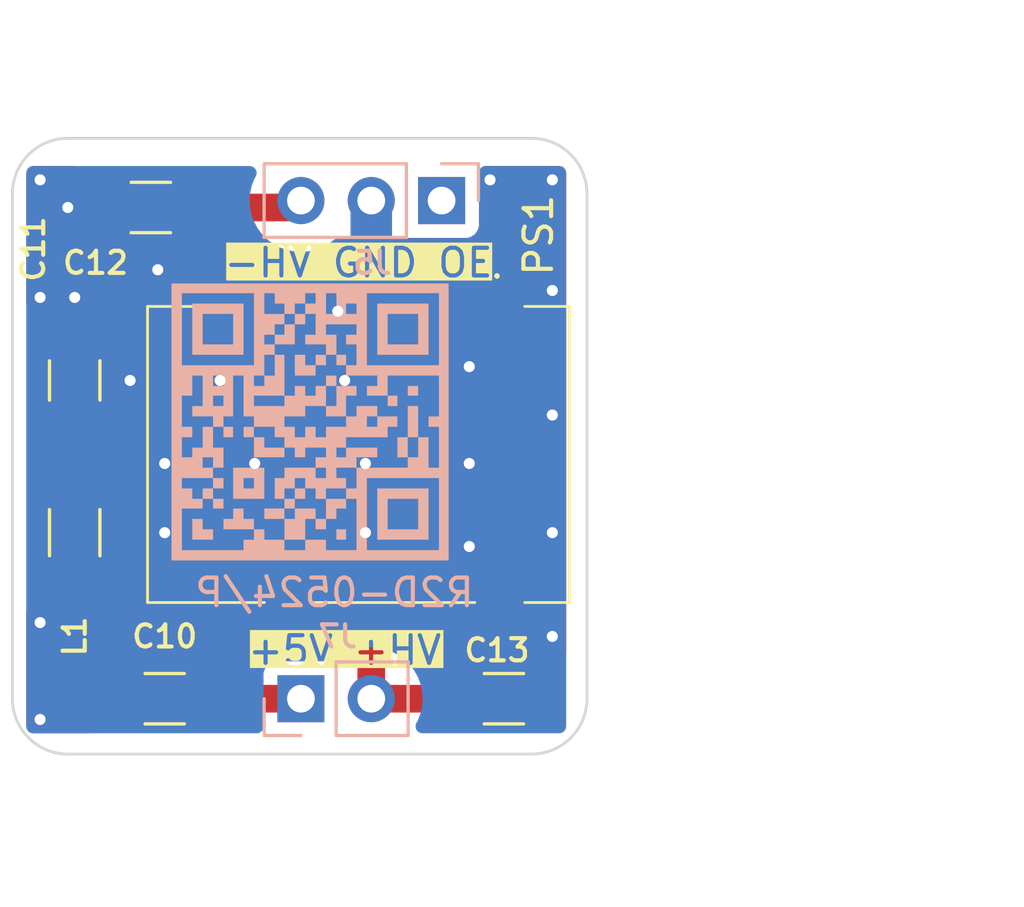
<source format=kicad_pcb>
(kicad_pcb (version 20240108) (generator "pcbnew") (generator_version "8.0")
  (layers (0 "F.Cu" signal) (31 "B.Cu" signal) (34 "B.Paste" user) (35 "F.Paste" user) (36 "B.SilkS" user "B.Silkscreen") (37 "F.SilkS" user "F.Silkscreen") (38 "B.Mask" user) (39 "F.Mask" user) (44 "Edge.Cuts" user))
  (net 0 "")
  (net 1 "GND")
  (net 2 "+5V")
  (net 3 "Net-(PS1-+VIN)")
  (net 4 "OE")
  (net 6 "-HV")
  (net 7 "+HV")
  (footprint "Capacitor_SMD:C_1206_3216Metric" (layer "F.Cu") (at 146.25 90.25)
    (property "Reference" "C12" (at -2 2 0) (layer "F.SilkS") (effects (font (size 0.8 0.8))))
    (property "Value" "1uF")
    (fp_line (start -0.711252 -0.91) (end 0.711252 -0.91) (stroke (width 0.12)) (layer "F.SilkS"))
    (fp_line (start -0.711252 0.91) (end 0.711252 0.91) (stroke (width 0.12)) (layer "F.SilkS"))
    (pad "1" smd roundrect (at -1.475 0) (size 1.15 1.8) (layers "F.Cu" "F.Paste" "F.Mask") (roundrect_rratio 0.2173913043) (net 1 "GND"))
    (pad "2" smd roundrect (at 1.475 0) (size 1.15 1.8) (layers "F.Cu" "F.Paste" "F.Mask") (roundrect_rratio 0.2173913043) (net 6 "-HV"))
  )
  (footprint "Capacitor_SMD:C_1206_3216Metric" (layer "F.Cu") (at 143.5 96.5 -90)
    (property "Reference" "C11" (at -4.75 1.5 90) (layer "F.SilkS") (effects (font (size 0.8 0.8))))
    (property "Value" "4.7uF")
    (fp_line (start -0.711252 0.91) (end 0.711252 0.91) (stroke (width 0.12)) (layer "F.SilkS"))
    (fp_line (start -0.711252 -0.91) (end 0.711252 -0.91) (stroke (width 0.12)) (layer "F.SilkS"))
    (pad "1" smd roundrect (at -1.475 0 270) (size 1.15 1.8) (layers "F.Cu" "F.Paste" "F.Mask") (roundrect_rratio 0.2173913043) (net 1 "GND"))
    (pad "2" smd roundrect (at 1.475 0 270) (size 1.15 1.8) (layers "F.Cu" "F.Paste" "F.Mask") (roundrect_rratio 0.2173913043) (net 3 "Net-(PS1-+VIN)"))
  )
  (footprint "Inductor_SMD:L_1206_3216Metric" (layer "F.Cu") (at 143.5 102 90)
    (property "Reference" "L1" (at -3.75 0 90) (layer "F.SilkS") (effects (font (size 0.8 0.8))))
    (property "Value" "6.8uH")
    (fp_line (start -0.835242 -0.91) (end 0.835242 -0.91) (stroke (width 0.12)) (layer "F.SilkS"))
    (fp_line (start -0.835242 0.91) (end 0.835242 0.91) (stroke (width 0.12)) (layer "F.SilkS"))
    (pad "1" smd roundrect (at -1.575 0 90) (size 1.05 1.9) (layers "F.Cu" "F.Paste" "F.Mask") (roundrect_rratio 0.2380952381) (net 2 "+5V"))
    (pad "2" smd roundrect (at 1.575 0 90) (size 1.05 1.9) (layers "F.Cu" "F.Paste" "F.Mask") (roundrect_rratio 0.2380952381) (net 3 "Net-(PS1-+VIN)"))
  )
  (footprint "Capacitor_SMD:C_1206_3216Metric" (layer "F.Cu") (at 159 108 180)
    (property "Reference" "C13" (at 0.25 1.75 0) (layer "F.SilkS") (effects (font (size 0.8 0.8))))
    (property "Value" "1uF")
    (fp_line (start -0.711252 0.91) (end 0.711252 0.91) (stroke (width 0.12)) (layer "F.SilkS"))
    (fp_line (start -0.711252 -0.91) (end 0.711252 -0.91) (stroke (width 0.12)) (layer "F.SilkS"))
    (pad "1" smd roundrect (at -1.475 0 180) (size 1.15 1.8) (layers "F.Cu" "F.Paste" "F.Mask") (roundrect_rratio 0.2173913043) (net 1 "GND"))
    (pad "2" smd roundrect (at 1.475 0 180) (size 1.15 1.8) (layers "F.Cu" "F.Paste" "F.Mask") (roundrect_rratio 0.2173913043) (net 7 "+HV"))
  )
  (footprint "SamacSys_Parts:R2D0524P" (layer "F.Cu") (at 153.75 99.175 180)
    (property "Reference" "PS1" (at -6.5 7.925 90) (layer "F.SilkS"))
    (property "Value" "R2D-0524_P" (hide yes))
    (fp_line (start 7.62 5.35) (end 6 5.35) (stroke (width 0.1)) (layer "F.SilkS"))
    (fp_line (start 7.62 -5.35) (end 7.62 5.35) (stroke (width 0.1)) (layer "F.SilkS"))
    (fp_line (start 3.4 -5.35) (end 7.62 -5.35) (stroke (width 0.1)) (layer "F.SilkS"))
    (fp_line (start -4.2 -5.35) (end 1.6 -5.35) (stroke (width 0.1)) (layer "F.SilkS"))
    (fp_line (start -5 6.5) (end -5 6.5) (stroke (width 0.1)) (layer "F.SilkS"))
    (fp_line (start -5 6.4) (end -5 6.4) (stroke (width 0.1)) (layer "F.SilkS"))
    (fp_line (start -6 -5.35) (end -7.62 -5.35) (stroke (width 0.1)) (layer "F.SilkS"))
    (fp_line (start -7.62 5.35) (end -6 5.35) (stroke (width 0.1)) (layer "F.SilkS"))
    (fp_line (start -7.62 -5.35) (end -7.62 5.35) (stroke (width 0.1)) (layer "F.SilkS"))
    (fp_arc (start -5 6.5) (mid -5.05 6.45) (end -5 6.4) (stroke (width 0.1)) (layer "F.SilkS"))
    (fp_arc (start -5 6.4) (mid -4.95 6.45) (end -5 6.5) (stroke (width 0.1)) (layer "F.SilkS"))
    (pad "1" smd rect (at -5.08 5.1 180) (size 1.2 1.8) (layers "F.Cu" "F.Paste" "F.Mask") (net 1 "GND"))
    (pad "2" smd rect (at -2.54 5.1 180) (size 1.2 1.8) (layers "F.Cu" "F.Paste" "F.Mask") (net 3 "Net-(PS1-+VIN)"))
    (pad "4" smd rect (at 2.54 5.1 180) (size 1.2 1.8) (layers "F.Cu" "F.Paste" "F.Mask") (net 1 "GND"))
    (pad "5" smd rect (at 5.08 5.1 180) (size 1.2 1.8) (layers "F.Cu" "F.Paste" "F.Mask") (net 6 "-HV"))
    (pad "7" smd rect (at 2.54 -5.1 180) (size 1.2 1.8) (layers "F.Cu" "F.Paste" "F.Mask") (net 7 "+HV"))
    (pad "10" smd rect (at -5.08 -5.1 180) (size 1.2 1.8) (layers "F.Cu" "F.Paste" "F.Mask"))
  )
  (footprint "Capacitor_SMD:C_1206_3216Metric" (layer "F.Cu") (at 146.75 108)
    (property "Reference" "C10" (at 0 -2.25 0) (layer "F.SilkS") (effects (font (size 0.8 0.8))))
    (property "Value" "4.7uF")
    (fp_line (start -0.711252 -0.91) (end 0.711252 -0.91) (stroke (width 0.12)) (layer "F.SilkS"))
    (fp_line (start -0.711252 0.91) (end 0.711252 0.91) (stroke (width 0.12)) (layer "F.SilkS"))
    (pad "1" smd roundrect (at -1.475 0) (size 1.15 1.8) (layers "F.Cu" "F.Paste" "F.Mask") (roundrect_rratio 0.2173913043) (net 1 "GND"))
    (pad "2" smd roundrect (at 1.475 0) (size 1.15 1.8) (layers "F.Cu" "F.Paste" "F.Mask") (roundrect_rratio 0.2173913043) (net 2 "+5V"))
  )
  (footprint "ICTAMKY_V8:qr_pic0rick" (layer "B.Cu") (at 152 98 180)
    (property "Reference" "G***" (hide yes))
    (property "Value" "LOGO" (hide yes))
    (fp_poly (pts (xy 3.503448 -2.214679) (xy 3.503448 -2.402364) (xy 3.315763 -2.402364) (xy 3.128078 -2.402364) (xy 3.128078 -2.214679) (xy 3.128078 -2.026995) (xy 3.315763 -2.026995) (xy 3.503448 -2.026995)) (fill solid) (layer "B.SilkS"))
    (fp_poly (pts (xy 3.128078 -0.362857) (xy 3.128078 -0.550541) (xy 2.952906 -0.550541) (xy 2.777734 -0.550541) (xy 2.777734 -0.362857) (xy 2.777734 -0.175172) (xy 2.952906 -0.175172) (xy 3.128078 -0.175172)) (fill solid) (layer "B.SilkS"))
    (fp_poly (pts (xy 0.550541 3.716158) (xy 0.550541 3.528473) (xy 0.362857 3.528473) (xy 0.175172 3.528473) (xy 0.175172 3.716158) (xy 0.175172 3.903843) (xy 0.362857 3.903843) (xy 0.550541 3.903843)) (fill solid) (layer "B.SilkS"))
    (fp_poly (pts (xy 0.550541 -2.590049) (xy 0.550541 -2.777734) (xy 0.362857 -2.777734) (xy 0.175172 -2.777734) (xy 0.175172 -2.590049) (xy 0.175172 -2.402364) (xy 0.362857 -2.402364) (xy 0.550541 -2.402364)) (fill solid) (layer "B.SilkS"))
    (fp_poly (pts (xy -0.950936 2.239705) (xy -0.950936 2.05202) (xy -1.126109 2.05202) (xy -1.301281 2.05202) (xy -1.301281 2.239705) (xy -1.301281 2.42739) (xy -1.126109 2.42739) (xy -0.950936 2.42739)) (fill solid) (layer "B.SilkS"))
    (fp_poly (pts (xy -0.950936 -4.066502) (xy -0.950936 -4.254187) (xy -1.126109 -4.254187) (xy -1.301281 -4.254187) (xy -1.301281 -4.066502) (xy -1.301281 -3.878817) (xy -1.126109 -3.878817) (xy -0.950936 -3.878817)) (fill solid) (layer "B.SilkS"))
    (fp_poly (pts (xy -2.802759 0.763252) (xy -2.802759 0.575567) (xy -2.977931 0.575567) (xy -3.153104 0.575567) (xy -3.153104 0.763252) (xy -3.153104 0.950936) (xy -2.977931 0.950936) (xy -2.802759 0.950936)) (fill solid) (layer "B.SilkS"))
    (fp_poly (pts (xy -3.153104 -0.913399) (xy -3.153104 -1.276256) (xy -3.340789 -1.276256) (xy -3.528473 -1.276256) (xy -3.528473 -0.913399) (xy -3.528473 -0.550541) (xy -3.340789 -0.550541) (xy -3.153104 -0.550541)) (fill solid) (layer "B.SilkS"))
    (fp_poly (pts (xy -3.528473 1.126109) (xy -3.528473 0.950936) (xy -3.716158 0.950936) (xy -3.903843 0.950936) (xy -3.903843 1.126109) (xy -3.903843 1.301281) (xy -3.716158 1.301281) (xy -3.528473 1.301281)) (fill solid) (layer "B.SilkS"))
    (fp_poly (pts (xy -3.528473 0.012513) (xy -3.528473 -0.550541) (xy -3.716158 -0.550541) (xy -3.903843 -0.550541) (xy -3.903843 0.012513) (xy -3.903843 0.575567) (xy -3.716158 0.575567) (xy -3.528473 0.575567)) (fill solid) (layer "B.SilkS"))
    (fp_poly (pts (xy 4.254187 -3.878817) (xy 4.254187 -4.254187) (xy 3.878817 -4.254187) (xy 3.503448 -4.254187) (xy 3.503448 -4.066502) (xy 3.503448 -3.878817) (xy 3.691133 -3.878817) (xy 3.878817 -3.878817) (xy 3.878817 -3.691133) (xy 3.878817 -3.503448) (xy 4.066502 -3.503448) (xy 4.254187 -3.503448)) (fill solid) (layer "B.SilkS"))
    (fp_poly (pts (xy 0.925911 3.340789) (xy 0.925911 3.153104) (xy 1.101083 3.153104) (xy 1.276256 3.153104) (xy 1.276256 2.977931) (xy 1.276256 2.802759) (xy 0.913399 2.802759) (xy 0.550541 2.802759) (xy 0.550541 3.165616) (xy 0.550541 3.528473) (xy 0.738226 3.528473) (xy 0.925911 3.528473)) (fill solid) (layer "B.SilkS"))
    (fp_poly (pts (xy 3.878817 -2.590049) (xy 3.878817 -2.777734) (xy 3.691133 -2.777734) (xy 3.503448 -2.777734) (xy 3.503448 -2.952906) (xy 3.503448 -3.128078) (xy 3.315763 -3.128078) (xy 3.128078 -3.128078) (xy 3.128078 -2.952906) (xy 3.128078 -2.777734) (xy 3.315763 -2.777734) (xy 3.503448 -2.777734) (xy 3.503448 -2.590049) (xy 3.503448 -2.402364) (xy 3.691133 -2.402364) (xy 3.878817 -2.402364)) (fill solid) (layer "B.SilkS"))
    (fp_poly (pts (xy 2.777734 -3.315763) (xy 2.777734 -3.503448) (xy 2.952906 -3.503448) (xy 3.128078 -3.503448) (xy 3.128078 -3.691133) (xy 3.128078 -3.878817) (xy 2.577537 -3.878817) (xy 2.026995 -3.878817) (xy 2.026995 -3.691133) (xy 2.026995 -3.503448) (xy 2.214679 -3.503448) (xy 2.402364 -3.503448) (xy 2.402364 -3.315763) (xy 2.402364 -3.128078) (xy 2.590049 -3.128078) (xy 2.777734 -3.128078)) (fill solid) (layer "B.SilkS"))
    (fp_poly (pts (xy 4.254187 3.353301) (xy 4.254187 2.42739) (xy 3.328275 2.42739) (xy 2.402364 2.42739) (xy 2.402364 3.353301) (xy 2.777734 3.353301) (xy 2.777734 2.802759) (xy 3.328275 2.802759) (xy 3.878817 2.802759) (xy 3.878817 3.353301) (xy 3.878817 3.903843) (xy 3.328275 3.903843) (xy 2.777734 3.903843) (xy 2.777734 3.353301) (xy 2.402364 3.353301) (xy 2.402364 4.279212) (xy 3.328275 4.279212) (xy 4.254187 4.279212)) (fill solid) (layer "B.SilkS"))
    (fp_poly (pts (xy 2.777734 -2.214679) (xy 2.777734 -2.777734) (xy 2.214679 -2.777734) (xy 1.651625 -2.777734) (xy 1.651625 -2.214679) (xy 2.026995 -2.214679) (xy 2.026995 -2.402364) (xy 2.214679 -2.402364) (xy 2.402364 -2.402364) (xy 2.402364 -2.214679) (xy 2.402364 -2.026995) (xy 2.214679 -2.026995) (xy 2.026995 -2.026995) (xy 2.026995 -2.214679) (xy 1.651625 -2.214679) (xy 1.651625 -1.651625) (xy 2.214679 -1.651625) (xy 2.777734 -1.651625)) (fill solid) (layer "B.SilkS"))
    (fp_poly (pts (xy -2.42739 3.353301) (xy -2.42739 2.42739) (xy -3.353301 2.42739) (xy -4.279212 2.42739) (xy -4.279212 3.353301) (xy -3.903843 3.353301) (xy -3.903843 2.802759) (xy -3.353301 2.802759) (xy -2.802759 2.802759) (xy -2.802759 3.353301) (xy -2.802759 3.903843) (xy -3.353301 3.903843) (xy -3.903843 3.903843) (xy -3.903843 3.353301) (xy -4.279212 3.353301) (xy -4.279212 4.279212) (xy -3.353301 4.279212) (xy -2.42739 4.279212)) (fill solid) (layer "B.SilkS"))
    (fp_poly (pts (xy -2.42739 -3.328275) (xy -2.42739 -4.254187) (xy -3.353301 -4.254187) (xy -4.279212 -4.254187) (xy -4.279212 -3.328275) (xy -3.903843 -3.328275) (xy -3.903843 -3.878817) (xy -3.353301 -3.878817) (xy -2.802759 -3.878817) (xy -2.802759 -3.328275) (xy -2.802759 -2.777734) (xy -3.353301 -2.777734) (xy -3.903843 -2.777734) (xy -3.903843 -3.328275) (xy -4.279212 -3.328275) (xy -4.279212 -2.402364) (xy -3.353301 -2.402364) (xy -2.42739 -2.402364)) (fill solid) (layer "B.SilkS"))
    (fp_poly (pts (xy 2.402364 -0.362857) (xy 2.402364 -0.550541) (xy 2.214679 -0.550541) (xy 2.026995 -0.550541) (xy 2.026995 -0.913399) (xy 2.026995 -1.276256) (xy 1.476453 -1.276256) (xy 0.925911 -1.276256) (xy 0.925911 -1.101083) (xy 0.925911 -0.925911) (xy 1.288768 -0.925911) (xy 1.651625 -0.925911) (xy 1.651625 -0.738226) (xy 1.651625 -0.550541) (xy 1.83931 -0.550541) (xy 2.026995 -0.550541) (xy 2.026995 -0.362857) (xy 2.026995 -0.175172) (xy 2.214679 -0.175172) (xy 2.402364 -0.175172)) (fill solid) (layer "B.SilkS"))
    (fp_poly (pts (xy -0.200197 2.239705) (xy -0.200197 2.05202) (xy -0.012513 2.05202) (xy 0.175172 2.05202) (xy 0.175172 2.239705) (xy 0.175172 2.42739) (xy 0.362857 2.42739) (xy 0.550541 2.42739) (xy 0.550541 2.05202) (xy 0.550541 1.676651) (xy 0.175172 1.676651) (xy -0.200197 1.676651) (xy -0.200197 1.864335) (xy -0.200197 2.05202) (xy -0.387882 2.05202) (xy -0.575567 2.05202) (xy -0.575567 2.239705) (xy -0.575567 2.42739) (xy -0.387882 2.42739) (xy -0.200197 2.42739)) (fill solid) (layer "B.SilkS"))
    (fp_poly (pts (xy -0.575567 1.488966) (xy -0.575567 1.301281) (xy -0.763252 1.301281) (xy -0.950936 1.301281) (xy -0.950936 0.938424) (xy -0.950936 0.575567) (xy -0.763252 0.575567) (xy -0.575567 0.575567) (xy -0.575567 0.387882) (xy -0.575567 0.200197) (xy -0.938424 0.200197) (xy -1.301281 0.200197) (xy -1.301281 0.575567) (xy -1.301281 0.950936) (xy -1.488966 0.950936) (xy -1.676651 0.950936) (xy -1.676651 1.126109) (xy -1.676651 1.301281) (xy -1.313793 1.301281) (xy -0.950936 1.301281) (xy -0.950936 1.488966) (xy -0.950936 1.676651) (xy -0.763252 1.676651) (xy -0.575567 1.676651)) (fill solid) (layer "B.SilkS"))
    (fp_poly (pts (xy -0.575567 -3.140591) (xy -0.575567 -3.503448) (xy -0.387882 -3.503448) (xy -0.200197 -3.503448) (xy -0.200197 -3.315763) (xy -0.200197 -3.128078) (xy 0.175172 -3.128078) (xy 0.550541 -3.128078) (xy 0.550541 -2.952906) (xy 0.550541 -2.777734) (xy 0.738226 -2.777734) (xy 0.925911 -2.777734) (xy 0.925911 -2.952906) (xy 0.925911 -3.128078) (xy 0.738226 -3.128078) (xy 0.550541 -3.128078) (xy 0.550541 -3.315763) (xy 0.550541 -3.503448) (xy 0.738226 -3.503448) (xy 0.925911 -3.503448) (xy 0.925911 -3.315763) (xy 0.925911 -3.128078) (xy 1.288768 -3.128078) (xy 1.651625 -3.128078) (xy 1.651625 -3.315763) (xy 1.651625 -3.503448) (xy 1.288768 -3.503448) (xy 0.925911 -3.503448) (xy 0.925911 -3.878817) (xy 0.925911 -4.254187) (xy 0.550541 -4.254187) (xy 0.175172 -4.254187) (xy 0.175172 -3.878817) (xy 0.175172 -3.503448) (xy -0.012513 -3.503448) (xy -0.200197 -3.503448) (xy -0.200197 -3.691133) (xy -0.200197 -3.878817) (xy -0.387882 -3.878817) (xy -0.575567 -3.878817) (xy -0.575567 -3.691133) (xy -0.575567 -3.503448) (xy -0.763252 -3.503448) (xy -0.950936 -3.503448) (xy -0.950936 -3.315763) (xy -0.950936 -3.128078) (xy -1.126109 -3.128078) (xy -1.301281 -3.128078) (xy -1.301281 -2.952906) (xy -1.301281 -2.777734) (xy -0.938424 -2.777734) (xy -0.575567 -2.777734)) (fill solid) (layer "B.SilkS"))
    (fp_poly (pts (xy 5.004926 0) (xy 5.004926 -5.004926) (xy 0 -5.004926) (xy -5.004926 -5.004926) (xy -5.004926 -3.328275) (xy -4.654582 -3.328275) (xy -4.654582 -4.629556) (xy -3.353301 -4.629556) (xy -2.05202 -4.629556) (xy -2.05202 -3.328275) (xy -2.05202 -2.777734) (xy -1.676651 -2.777734) (xy -1.676651 -3.703645) (xy -1.676651 -4.629556) (xy -1.126109 -4.629556) (xy -0.575567 -4.629556) (xy -0.575567 -4.441872) (xy -0.575567 -4.254187) (xy -0.200197 -4.254187) (xy 0.175172 -4.254187) (xy 0.175172 -4.441872) (xy 0.175172 -4.629556) (xy 0.550541 -4.629556) (xy 0.925911 -4.629556) (xy 0.925911 -4.441872) (xy 0.925911 -4.254187) (xy 1.288768 -4.254187) (xy 1.651625 -4.254187) (xy 1.651625 -4.066502) (xy 1.651625 -3.878817) (xy 1.83931 -3.878817) (xy 2.026995 -3.878817) (xy 2.026995 -4.066502) (xy 2.026995 -4.254187) (xy 2.214679 -4.254187) (xy 2.402364 -4.254187) (xy 2.402364 -4.441872) (xy 2.402364 -4.629556) (xy 3.51596 -4.629556) (xy 4.629556 -4.629556) (xy 4.629556 -3.878817) (xy 4.629556 -3.128078) (xy 4.254187 -3.128078) (xy 3.878817 -3.128078) (xy 3.878817 -2.952906) (xy 3.878817 -2.777734) (xy 4.066502 -2.777734) (xy 4.254187 -2.777734) (xy 4.254187 -2.590049) (xy 4.254187 -2.402364) (xy 4.441872 -2.402364) (xy 4.629556 -2.402364) (xy 4.629556 -2.214679) (xy 4.629556 -2.026995) (xy 4.066502 -2.026995) (xy 3.503448 -2.026995) (xy 3.503448 -1.83931) (xy 3.503448 -1.651625) (xy 3.691133 -1.651625) (xy 3.878817 -1.651625) (xy 3.878817 -1.46394) (xy 3.878817 -1.276256) (xy 3.691133 -1.276256) (xy 3.503448 -1.276256) (xy 3.503448 -1.46394) (xy 3.503448 -1.651625) (xy 3.315763 -1.651625) (xy 3.128078 -1.651625) (xy 3.128078 -1.288768) (xy 3.128078 -0.925911) (xy 3.315763 -0.925911) (xy 3.503448 -0.925911) (xy 3.503448 -0.550541) (xy 3.503448 -0.175172) (xy 3.691133 -0.175172) (xy 3.878817 -0.175172) (xy 3.878817 -0.550541) (xy 3.878817 -0.925911) (xy 4.066502 -0.925911) (xy 4.254187 -0.925911) (xy 4.254187 -1.101083) (xy 4.254187 -1.276256) (xy 4.441872 -1.276256) (xy 4.629556 -1.276256) (xy 4.629556 -0.913399) (xy 4.629556 -0.550541) (xy 4.441872 -0.550541) (xy 4.254187 -0.550541) (xy 4.254187 -0.362857) (xy 4.254187 -0.175172) (xy 4.441872 -0.175172) (xy 4.629556 -0.175172) (xy 4.629556 0.387882) (xy 4.629556 0.950936) (xy 4.441872 0.950936) (xy 4.254187 0.950936) (xy 4.254187 1.313793) (xy 4.254187 1.676651) (xy 4.066502 1.676651) (xy 3.878817 1.676651) (xy 3.878817 1.126109) (xy 3.878817 0.575567) (xy 4.066502 0.575567) (xy 4.254187 0.575567) (xy 4.254187 0.387882) (xy 4.254187 0.200197) (xy 3.878817 0.200197) (xy 3.503448 0.200197) (xy 3.503448 0.012513) (xy 3.503448 -0.175172) (xy 3.315763 -0.175172) (xy 3.128078 -0.175172) (xy 3.128078 0.012513) (xy 3.128078 0.200197) (xy 2.952906 0.200197) (xy 2.777734 0.200197) (xy 2.777734 0.763252) (xy 3.128078 0.763252) (xy 3.128078 0.575567) (xy 3.315763 0.575567) (xy 3.503448 0.575567) (xy 3.503448 0.763252) (xy 3.503448 0.950936) (xy 3.315763 0.950936) (xy 3.128078 0.950936) (xy 3.128078 0.763252) (xy 2.777734 0.763252) (xy 2.777734 0.938424) (xy 2.777734 1.488966) (xy 3.128078 1.488966) (xy 3.128078 1.301281) (xy 3.315763 1.301281) (xy 3.503448 1.301281) (xy 3.503448 1.488966) (xy 3.503448 1.676651) (xy 3.315763 1.676651) (xy 3.128078 1.676651) (xy 3.128078 1.488966) (xy 2.777734 1.488966) (xy 2.777734 1.676651) (xy 2.590049 1.676651) (xy 2.402364 1.676651) (xy 2.402364 0.938424) (xy 2.402364 0.200197) (xy 2.214679 0.200197) (xy 2.026995 0.200197) (xy 2.026995 0.012513) (xy 2.026995 -0.175172) (xy 1.651625 -0.175172) (xy 1.276256 -0.175172) (xy 1.276256 -0.362857) (xy 1.276256 -0.550541) (xy 1.101083 -0.550541) (xy 0.925911 -0.550541) (xy 0.925911 -0.738226) (xy 0.925911 -0.925911) (xy 0.738226 -0.925911) (xy 0.550541 -0.925911) (xy 0.550541 -1.101083) (xy 0.550541 -1.276256) (xy 0.362857 -1.276256) (xy 0.175172 -1.276256) (xy 0.175172 -1.101083) (xy 0.175172 -0.925911) (xy -0.200197 -0.925911) (xy -0.575567 -0.925911) (xy -0.575567 -1.101083) (xy -0.575567 -1.276256) (xy -0.387882 -1.276256) (xy -0.200197 -1.276256) (xy -0.200197 -1.46394) (xy -0.200197 -1.651625) (xy -0.387882 -1.651625) (xy -0.575567 -1.651625) (xy -0.575567 -1.83931) (xy -0.575567 -2.026995) (xy -0.387882 -2.026995) (xy -0.200197 -2.026995) (xy -0.200197 -1.83931) (xy -0.200197 -1.651625) (xy 0.362857 -1.651625) (xy 0.925911 -1.651625) (xy 0.925911 -1.83931) (xy 0.925911 -2.026995) (xy 1.101083 -2.026995) (xy 1.276256 -2.026995) (xy 1.276256 -2.402364) (xy 1.276256 -2.777734) (xy 1.101083 -2.777734) (xy 0.925911 -2.777734) (xy 0.925911 -2.590049) (xy 0.925911 -2.402364) (xy 0.738226 -2.402364) (xy 0.550541 -2.402364) (xy 0.550541 -2.214679) (xy 0.550541 -2.026995) (xy 0.362857 -2.026995) (xy 0.175172 -2.026995) (xy 0.175172 -2.214679) (xy 0.175172 -2.402364) (xy -0.012513 -2.402364) (xy -0.200197 -2.402364) (xy -0.200197 -2.590049) (xy -0.200197 -2.777734) (xy -0.387882 -2.777734) (xy -0.575567 -2.777734) (xy -0.575567 -2.590049) (xy -0.575567 -2.402364) (xy -0.938424 -2.402364) (xy -1.301281 -2.402364) (xy -1.301281 -2.590049) (xy -1.301281 -2.777734) (xy -1.488966 -2.777734) (xy -1.676651 -2.777734) (xy -2.05202 -2.777734) (xy -2.05202 -2.026995) (xy -1.676651 -2.026995) (xy -1.676651 -2.402364) (xy -1.488966 -2.402364) (xy -1.301281 -2.402364) (xy -1.301281 -2.214679) (xy -1.301281 -2.026995) (xy -1.126109 -2.026995) (xy -0.950936 -2.026995) (xy -0.950936 -1.83931) (xy -0.950936 -1.651625) (xy -1.313793 -1.651625) (xy -1.676651 -1.651625) (xy -1.676651 -2.026995) (xy -2.05202 -2.026995) (xy -3.353301 -2.026995) (xy -4.654582 -2.026995) (xy -4.654582 -3.328275) (xy -5.004926 -3.328275) (xy -5.004926 0) (xy -5.004926 1.676651) (xy -4.654582 1.676651) (xy -4.654582 0.938424) (xy -4.654582 0.200197) (xy -4.466897 0.200197) (xy -4.279212 0.200197) (xy -4.279212 0.012513) (xy -4.279212 -0.175172) (xy -4.466897 -0.175172) (xy -4.654582 -0.175172) (xy -4.654582 -0.913399) (xy -4.654582 -1.651625) (xy -4.466897 -1.651625) (xy -4.279212 -1.651625) (xy -4.279212 -1.101083) (xy -4.279212 -0.550541) (xy -4.091527 -0.550541) (xy -3.903843 -0.550541) (xy -3.903843 -0.913399) (xy -3.903843 -1.276256) (xy -3.716158 -1.276256) (xy -3.528473 -1.276256) (xy -3.528473 -1.46394) (xy -3.528473 -1.651625) (xy -2.602562 -1.651625) (xy -1.676651 -1.651625) (xy -1.676651 -1.46394) (xy -1.676651 -1.276256) (xy -2.05202 -1.276256) (xy -2.42739 -1.276256) (xy -2.42739 -1.101083) (xy -1.301281 -1.101083) (xy -1.301281 -1.276256) (xy -1.126109 -1.276256) (xy -0.950936 -1.276256) (xy -0.950936 -1.101083) (xy -0.950936 -0.925911) (xy -1.126109 -0.925911) (xy -1.301281 -0.925911) (xy -1.301281 -1.101083) (xy -2.42739 -1.101083) (xy -2.42739 -0.925911) (xy -1.864335 -0.925911) (xy -1.301281 -0.925911) (xy -1.301281 -0.738226) (xy -1.301281 -0.550541) (xy -2.05202 -0.550541) (xy -2.802759 -0.550541) (xy -2.802759 -0.362857) (xy -2.802759 -0.175172) (xy -2.977931 -0.175172) (xy -3.153104 -0.175172) (xy -3.153104 0.012513) (xy -2.42739 0.012513) (xy -2.42739 -0.175172) (xy -2.239705 -0.175172) (xy -2.05202 -0.175172) (xy -2.05202 0.012513) (xy -2.05202 0.200197) (xy -2.239705 0.200197) (xy -2.42739 0.200197) (xy -2.42739 0.012513) (xy -3.153104 0.012513) (xy -3.153104 0.200197) (xy -2.790247 0.200197) (xy -2.42739 0.200197) (xy -2.42739 0.387882) (xy -2.42739 0.575567) (xy -2.05202 0.575567) (xy -1.676651 0.575567) (xy -1.676651 0.387882) (xy -1.676651 0.200197) (xy -1.488966 0.200197) (xy -1.301281 0.200197) (xy -1.301281 0.012513) (xy -1.301281 -0.175172) (xy -0.938424 -0.175172) (xy -0.575567 -0.175172) (xy -0.575567 -0.362857) (xy -0.575567 -0.550541) (xy -0.387882 -0.550541) (xy -0.200197 -0.550541) (xy -0.200197 -0.362857) (xy -0.200197 -0.175172) (xy -0.012513 -0.175172) (xy 0.175172 -0.175172) (xy 0.175172 -0.362857) (xy 0.175172 -0.550541) (xy 0.362857 -0.550541) (xy 0.550541 -0.550541) (xy 0.550541 -0.362857) (xy 0.550541 -0.175172) (xy 0.738226 -0.175172) (xy 0.925911 -0.175172) (xy 0.925911 0.012513) (xy 0.925911 0.200197) (xy 0.550541 0.200197) (xy 0.175172 0.200197) (xy 0.175172 0.387882) (xy 0.175172 0.575567) (xy -0.200197 0.575567) (xy -0.575567 0.575567) (xy -0.575567 0.763252) (xy 0.925911 0.763252) (xy 0.925911 0.575567) (xy 1.476453 0.575567) (xy 2.026995 0.575567) (xy 2.026995 0.763252) (xy 2.026995 0.950936) (xy 1.476453 0.950936) (xy 0.925911 0.950936) (xy 0.925911 0.763252) (xy -0.575567 0.763252) (xy -0.575567 0.938424) (xy -0.575567 1.301281) (xy -0.387882 1.301281) (xy -0.200197 1.301281) (xy -0.200197 1.126109) (xy -0.200197 0.950936) (xy -0.012513 0.950936) (xy 0.175172 0.950936) (xy 0.175172 1.126109) (xy 0.175172 1.301281) (xy 0.362857 1.301281) (xy 0.550541 1.301281) (xy 0.550541 1.126109) (xy 0.550541 0.950936) (xy 0.738226 0.950936) (xy 0.925911 0.950936) (xy 0.925911 1.488966) (xy 1.651625 1.488966) (xy 1.651625 1.301281) (xy 1.83931 1.301281) (xy 2.026995 1.301281) (xy 2.026995 1.488966) (xy 2.026995 1.676651) (xy 1.83931 1.676651) (xy 1.651625 1.676651) (xy 1.651625 1.488966) (xy 0.925911 1.488966) (xy 0.925911 1.689163) (xy 0.925911 2.05202) (xy 1.276256 2.05202) (xy 1.276256 1.676651) (xy 1.46394 1.676651) (xy 1.651625 1.676651) (xy 1.651625 2.05202) (xy 1.651625 2.42739) (xy 1.46394 2.42739) (xy 1.276256 2.42739) (xy 1.276256 2.05202) (xy 0.925911 2.05202) (xy 0.925911 2.42739) (xy 1.101083 2.42739) (xy 1.276256 2.42739) (xy 1.276256 2.615074) (xy 1.276256 2.802759) (xy 1.46394 2.802759) (xy 1.651625 2.802759) (xy 1.651625 2.977931) (xy 1.651625 3.153104) (xy 1.46394 3.153104) (xy 1.276256 3.153104) (xy 1.276256 3.340789) (xy 1.276256 3.353301) (xy 2.026995 3.353301) (xy 2.026995 2.05202) (xy 3.328275 2.05202) (xy 4.629556 2.05202) (xy 4.629556 3.353301) (xy 4.629556 4.654582) (xy 3.328275 4.654582) (xy 2.026995 4.654582) (xy 2.026995 3.353301) (xy 1.276256 3.353301) (xy 1.276256 3.528473) (xy 1.101083 3.528473) (xy 0.925911 3.528473) (xy 0.925911 3.716158) (xy 0.925911 3.903843) (xy 1.288768 3.903843) (xy 1.651625 3.903843) (xy 1.651625 4.279212) (xy 1.651625 4.654582) (xy 1.46394 4.654582) (xy 1.276256 4.654582) (xy 1.276256 4.466897) (xy 1.276256 4.279212) (xy 1.101083 4.279212) (xy 0.925911 4.279212) (xy 0.925911 4.091527) (xy 0.925911 3.903843) (xy 0.738226 3.903843) (xy 0.550541 3.903843) (xy 0.550541 4.091527) (xy 0.550541 4.279212) (xy 0.362857 4.279212) (xy 0.175172 4.279212) (xy 0.175172 4.091527) (xy 0.175172 3.903843) (xy -0.012513 3.903843) (xy -0.200197 3.903843) (xy -0.200197 3.528473) (xy -0.200197 3.153104) (xy -0.012513 3.153104) (xy 0.175172 3.153104) (xy 0.175172 2.977931) (xy 0.175172 2.802759) (xy -0.200197 2.802759) (xy -0.575567 2.802759) (xy -0.575567 2.615074) (xy -0.575567 2.42739) (xy -0.763252 2.42739) (xy -0.950936 2.42739) (xy -0.950936 2.790247) (xy -0.950936 3.153104) (xy -0.763252 3.153104) (xy -0.575567 3.153104) (xy -0.575567 3.340789) (xy -0.575567 3.528473) (xy -1.126109 3.528473) (xy -1.676651 3.528473) (xy -1.676651 3.340789) (xy -1.676651 3.153104) (xy -1.488966 3.153104) (xy -1.301281 3.153104) (xy -1.301281 2.977931) (xy -1.301281 2.802759) (xy -1.488966 2.802759) (xy -1.676651 2.802759) (xy -1.676651 2.42739) (xy -1.676651 2.05202) (xy -1.488966 2.05202) (xy -1.301281 2.05202) (xy -1.301281 1.864335) (xy -1.301281 1.676651) (xy -1.864335 1.676651) (xy -2.42739 1.676651) (xy -2.42739 1.488966) (xy -2.42739 1.301281) (xy -2.239705 1.301281) (xy -2.05202 1.301281) (xy -2.05202 1.126109) (xy -2.05202 0.950936) (xy -2.42739 0.950936) (xy -2.802759 0.950936) (xy -2.802759 1.313793) (xy -2.802759 1.676651) (xy -3.72867 1.676651) (xy -4.654582 1.676651) (xy -5.004926 1.676651) (xy -5.004926 3.353301) (xy -4.654582 3.353301) (xy -4.654582 2.05202) (xy -3.353301 2.05202) (xy -2.05202 2.05202) (xy -2.05202 3.353301) (xy -2.05202 4.091527) (xy -1.676651 4.091527) (xy -1.676651 3.903843) (xy -1.488966 3.903843) (xy -1.301281 3.903843) (xy -1.301281 4.091527) (xy -1.301281 4.279212) (xy -0.950936 4.279212) (xy -0.950936 3.903843) (xy -0.763252 3.903843) (xy -0.575567 3.903843) (xy -0.575567 4.279212) (xy -0.575567 4.466897) (xy -0.200197 4.466897) (xy -0.200197 4.279212) (xy -0.012513 4.279212) (xy 0.175172 4.279212) (xy 0.175172 4.466897) (xy 0.175172 4.654582) (xy -0.012513 4.654582) (xy -0.200197 4.654582) (xy -0.200197 4.466897) (xy -0.575567 4.466897) (xy -0.575567 4.654582) (xy -0.763252 4.654582) (xy -0.950936 4.654582) (xy -0.950936 4.279212) (xy -1.301281 4.279212) (xy -1.488966 4.279212) (xy -1.676651 4.279212) (xy -1.676651 4.091527) (xy -2.05202 4.091527) (xy -2.05202 4.654582) (xy -3.353301 4.654582) (xy -4.654582 4.654582) (xy -4.654582 3.353301) (xy -5.004926 3.353301) (xy -5.004926 5.004926) (xy 0 5.004926) (xy 5.004926 5.004926)) (fill solid) (layer "B.SilkS"))
  )
  (footprint "Connector_PinSocket_2.54mm:PinSocket_1x03_P2.54mm_Vertical" (layer "B.Cu") (at 156.75 90 90)
    (property "Reference" "J5" (at -2.25 -2.5 180) (layer "B.SilkS") (effects (font (size 0.8 0.8)) (justify mirror)))
    (property "Value" "Conn_01x03_Socket" (hide yes))
    (fp_line (start -1.33 -6.41) (end 1.33 -6.41) (stroke (width 0.12)) (layer "B.SilkS"))
    (fp_line (start 1.33 -1.27) (end 1.33 -6.41) (stroke (width 0.12)) (layer "B.SilkS"))
    (fp_line (start -1.33 -1.27) (end -1.33 -6.41) (stroke (width 0.12)) (layer "B.SilkS"))
    (fp_line (start -1.33 -1.27) (end 1.33 -1.27) (stroke (width 0.12)) (layer "B.SilkS"))
    (fp_line (start 1.33 1.33) (end 1.33 0) (stroke (width 0.12)) (layer "B.SilkS"))
    (fp_line (start 0 1.33) (end 1.33 1.33) (stroke (width 0.12)) (layer "B.SilkS"))
    (pad "1" thru_hole rect (at 0 0 90) (size 1.7 1.7) (drill 1) (layers "*.Cu" "*.Mask") (net 4 "OE"))
    (pad "2" thru_hole oval (at 0 -2.54 90) (size 1.7 1.7) (drill 1) (layers "*.Cu" "*.Mask") (net 1 "GND"))
    (pad "3" thru_hole oval (at 0 -5.08 90) (size 1.7 1.7) (drill 1) (layers "*.Cu" "*.Mask") (net 6 "-HV"))
  )
  (footprint "Connector_PinSocket_2.54mm:PinSocket_1x02_P2.54mm_Vertical" (layer "B.Cu") (at 151.67 108 -90)
    (property "Reference" "J7" (at -2.25 -1.33 180) (layer "B.SilkS") (effects (font (size 0.8 0.8)) (justify mirror)))
    (property "Value" "Conn_01x02_Socket")
    (fp_line (start 0 1.33) (end 1.33 1.33) (stroke (width 0.12)) (layer "B.SilkS"))
    (fp_line (start 1.33 1.33) (end 1.33 0) (stroke (width 0.12)) (layer "B.SilkS"))
    (fp_line (start -1.33 -1.27) (end 1.33 -1.27) (stroke (width 0.12)) (layer "B.SilkS"))
    (fp_line (start -1.33 -1.27) (end -1.33 -3.87) (stroke (width 0.12)) (layer "B.SilkS"))
    (fp_line (start 1.33 -1.27) (end 1.33 -3.87) (stroke (width 0.12)) (layer "B.SilkS"))
    (fp_line (start -1.33 -3.87) (end 1.33 -3.87) (stroke (width 0.12)) (layer "B.SilkS"))
    (pad "1" thru_hole rect (at 0 0 270) (size 1.7 1.7) (drill 1) (layers "*.Cu" "*.Mask") (net 2 "+5V"))
    (pad "2" thru_hole oval (at 0 -2.54 270) (size 1.7 1.7) (drill 1) (layers "*.Cu" "*.Mask") (net 7 "+HV"))
  )
  (gr_line (start 141.250003 89.749998) (end 141.250002 107.999999) (stroke (width 0.1)) (layer "Edge.Cuts"))
  (gr_line (start 143.250003 87.75) (end 160 87.749999) (stroke (width 0.1)) (layer "Edge.Cuts"))
  (gr_arc (start 162 108.000001) (mid 161.414213 109.414213) (end 160 109.999999) (stroke (width 0.1)) (layer "Edge.Cuts"))
  (gr_arc (start 143.25 109.999999) (mid 141.835786 109.414213) (end 141.250002 107.999999) (stroke (width 0.1)) (layer "Edge.Cuts"))
  (gr_line (start 160 109.999999) (end 143.25 109.999999) (stroke (width 0.1)) (layer "Edge.Cuts"))
  (gr_arc (start 141.250003 89.749998) (mid 141.83579 88.335786) (end 143.250003 87.75) (stroke (width 0.1)) (layer "Edge.Cuts"))
  (gr_arc (start 160 87.749999) (mid 161.414214 88.335785) (end 161.999998 89.749999) (stroke (width 0.1)) (layer "Edge.Cuts"))
  (gr_line (start 161.999998 89.749999) (end 162 108.000001) (stroke (width 0.1)) (layer "Edge.Cuts"))
  (gr_text "R2D-0524/P" (at 158 104.75 0) (layer "B.SilkS") (effects (font (size 1 1)) (justify left bottom mirror)))
  (gr_text "+5V +HV" (at 153.25 106.25 0) (layer "F.SilkS" knockout) (effects (font (size 1 1))))
  (gr_text "-HV GND OE" (at 153.75 92.25 0) (layer "F.SilkS" knockout) (effects (font (size 1 1))))
  (segment (start 154.21 91.96) (end 154.25 92) (width 0.5) (layer "F.Cu") (net 1))
  (segment (start 152.925 94.075) (end 153 94) (width 0.5) (layer "F.Cu") (net 1))
  (segment (start 144.775 90.25) (end 143.25 90.25) (width 0.5) (layer "F.Cu") (net 1))
  (segment (start 151.21 94.075) (end 152.925 94.075) (width 0.5) (layer "F.Cu") (net 1))
  (segment (start 154.21 90) (end 154.21 91.96) (width 1.5) (layer "F.Cu") (net 1))
  (segment (start 143.5 95.025) (end 143.5 93.5) (width 0.5) (layer "F.Cu") (net 1))
  (via (at 160.75 89.25) (size 0.8) (drill 0.4) (layers "F.Cu" "B.Cu") (net 1))
  (via (at 143.5 93.5) (size 0.8) (drill 0.4) (layers "F.Cu" "B.Cu") (net 1))
  (via (at 146.75 99.5) (size 0.8) (drill 0.4) (layers "F.Cu" "B.Cu") (net 1))
  (via (at 157.75 102.5) (size 0.8) (drill 0.4) (layers "F.Cu" "B.Cu") (net 1))
  (via (at 157.75 96) (size 0.8) (drill 0.4) (layers "F.Cu" "B.Cu") (net 1))
  (via (at 142.25 105.25) (size 0.8) (drill 0.4) (layers "F.Cu" "B.Cu") (net 1))
  (via (at 160.75 102) (size 0.8) (drill 0.4) (layers "F.Cu" "B.Cu") (net 1))
  (via (at 153 94) (size 0.8) (drill 0.4) (layers "F.Cu" "B.Cu") (net 1))
  (via (at 148.75 96.5) (size 0.8) (drill 0.4) (layers "F.Cu" "B.Cu") (net 1))
  (via (at 142.25 89.25) (size 0.8) (drill 0.4) (layers "F.Cu" "B.Cu") (net 1))
  (via (at 158.5 89.25) (size 0.8) (drill 0.4) (layers "F.Cu" "B.Cu") (net 1))
  (via (at 150 99.5) (size 0.8) (drill 0.4) (layers "F.Cu" "B.Cu") (net 1))
  (via (at 153.25 96.5) (size 0.8) (drill 0.4) (layers "F.Cu" "B.Cu") (net 1))
  (via (at 160.75 97.75) (size 0.8) (drill 0.4) (layers "F.Cu" "B.Cu") (net 1))
  (via (at 146.5 92.5) (size 0.8) (drill 0.4) (layers "F.Cu" "B.Cu") (net 1))
  (via (at 142.25 93.5) (size 0.8) (drill 0.4) (layers "F.Cu" "B.Cu") (net 1))
  (via (at 160.75 105.75) (size 0.8) (drill 0.4) (layers "F.Cu" "B.Cu") (net 1))
  (via (at 157.75 99.5) (size 0.8) (drill 0.4) (layers "F.Cu" "B.Cu") (net 1))
  (via (at 154 102) (size 0.8) (drill 0.4) (layers "F.Cu" "B.Cu") (net 1))
  (via (at 154 99.5) (size 0.8) (drill 0.4) (layers "F.Cu" "B.Cu") (net 1))
  (via (at 146.75 102) (size 0.8) (drill 0.4) (layers "F.Cu" "B.Cu") (net 1))
  (via (at 145.5 96.5) (size 0.8) (drill 0.4) (layers "F.Cu" "B.Cu") (net 1))
  (via (at 160.75 93.25) (size 0.8) (drill 0.4) (layers "F.Cu" "B.Cu") (net 1))
  (via (at 142.25 108.75) (size 0.8) (drill 0.4) (layers "F.Cu" "B.Cu") (net 1))
  (via (at 143.25 90.25) (size 0.8) (drill 0.4) (layers "F.Cu" "B.Cu") (net 1))
  (segment (start 154.21 90) (end 154.21 91.94) (width 1.5) (layer "B.Cu") (net 1))
  (segment (start 154.21 91.94) (end 154.2 91.95) (width 0.5) (layer "B.Cu") (net 1))
  (segment (start 148.225 108) (end 151.67 108) (width 1) (layer "F.Cu") (net 2))
  (segment (start 148.225 105.475) (end 146.325 103.575) (width 1) (layer "F.Cu") (net 2))
  (segment (start 148.225 108) (end 148.225 105.475) (width 1) (layer "F.Cu") (net 2))
  (segment (start 146.325 103.575) (end 143.5 103.575) (width 1) (layer "F.Cu") (net 2))
  (segment (start 153.775 97.975) (end 143.5 97.975) (width 1) (layer "F.Cu") (net 3))
  (segment (start 143.5 97.975) (end 143.5 100.425) (width 1) (layer "F.Cu") (net 3))
  (segment (start 156.29 95.46) (end 153.775 97.975) (width 1) (layer "F.Cu") (net 3))
  (segment (start 156.29 94.075) (end 156.29 95.46) (width 1) (layer "F.Cu") (net 3))
  (segment (start 147.725 90.25) (end 151.42 90.25) (width 1) (layer "F.Cu") (net 6))
  (segment (start 148.67 90.25) (end 147.725 90.25) (width 1) (layer "F.Cu") (net 6))
  (segment (start 148.67 94.075) (end 148.67 90.25) (width 1) (layer "F.Cu") (net 6))
  (segment (start 151.42 90.25) (end 151.67 90) (width 1) (layer "F.Cu") (net 6))
  (segment (start 154.21 108) (end 157.525 108) (width 1) (layer "F.Cu") (net 7))
  (segment (start 152.925 104.425) (end 151.21 104.425) (width 1) (layer "F.Cu") (net 7))
  (segment (start 154.21 105.71) (end 152.925 104.425) (width 1) (layer "F.Cu") (net 7))
  (segment (start 154.21 108) (end 154.21 105.71) (width 1) (layer "F.Cu") (net 7))
  (zone (net 1) (net_name "GND") (layer "F.Cu") (connect_pads (clearance 0.5)) (min_thickness 0.5) (fill yes (thermal_gap 0.5) (thermal_bridge_width 0.5))
    (polygon (pts (xy 143.7 89.75) (xy 144 89.75) (xy 143.75 88.75) (xy 161.25 88.75) (xy 161.25 109.25) (xy 146.350826 109.25) (xy 145.55 104.15) (xy 145.55 109.25) (xy 141.75 109.25) (xy 141.75 104.6) (xy 142.9 104.6) (xy 141.75 104.303225) (xy 141.75 94.46875) (xy 143 94) (xy 141.75 94) (xy 141.75 88.75) (xy 143.7 88.75)))
    (polygon (pts (xy 159.25 107) (xy 159.75 107) (xy 159.75 104.5)))
    (polygon (pts (xy 152.75 103) (xy 152.75 104) (xy 158.75 103)))
    (polygon (pts (xy 145 102.75) (xy 145.923913 102.934782) (xy 146.25 103.75) (xy 151 102.5) (xy 146.25 102.5) (xy 146.25 98.75)))
    (polygon (pts (xy 142.35 95.55) (xy 142.75 97.25) (xy 144.9 97.3) (xy 144.9 95.3) (xy 144.35 95.3)))
    (polygon (pts (xy 149.65 95.5) (xy 150.9 95.5) (xy 149.65 95.3)))
    (polygon (pts (xy 156.95 93.85) (xy 157.05 95.5) (xy 157.25 95.5) (xy 158.55 95.5) (xy 158.55 93.15)))
    (polygon (pts (xy 158.55 92.95) (xy 158.55 92.65) (xy 156.3 92.65)))
    (polygon (pts (xy 150.55 92.85) (xy 150.95 92.85) (xy 150.95 91.55)))
    (polygon (pts (xy 145.1 91.65) (xy 147 91.65) (xy 146.9 91.35)))
    (polygon (pts (xy 152.15 91.35) (xy 156.15 91.35) (xy 152.15 91.15)))
  )
  (zone (net 1) (net_name "GND") (layer "B.Cu") (connect_pads (clearance 0.5)) (min_thickness 0.5) (fill yes (thermal_gap 0.5) (thermal_bridge_width 0.5))
    (polygon (pts (xy 161.25 109.25) (xy 141.75 109.25) (xy 141.75 88.75) (xy 161.25 88.75)))
    (polygon (pts (xy 152.8 91.35) (xy 155.9 91.35) (xy 152.9 90.95)))
  )
)
</source>
